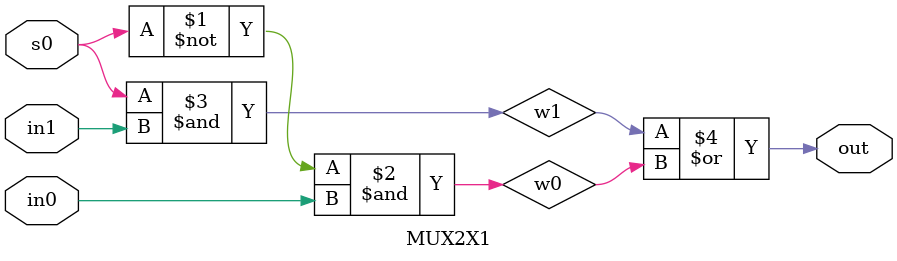
<source format=v>
module MUX2X1(out,s0,in0,in1);
input in0,in1,s0;
output out;
and(w0,~s0,in0);
and(w1,s0,in1);
or(out,w1,w0);
endmodule

</source>
